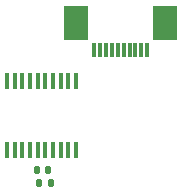
<source format=gbr>
%TF.GenerationSoftware,KiCad,Pcbnew,6.0.7-f9a2dced07~116~ubuntu20.04.1*%
%TF.CreationDate,2022-09-24T19:15:38+02:00*%
%TF.ProjectId,SRRReceiver,53525252-6563-4656-9976-65722e6b6963,rev?*%
%TF.SameCoordinates,Original*%
%TF.FileFunction,Paste,Bot*%
%TF.FilePolarity,Positive*%
%FSLAX46Y46*%
G04 Gerber Fmt 4.6, Leading zero omitted, Abs format (unit mm)*
G04 Created by KiCad (PCBNEW 6.0.7-f9a2dced07~116~ubuntu20.04.1) date 2022-09-24 19:15:38*
%MOMM*%
%LPD*%
G01*
G04 APERTURE LIST*
G04 Aperture macros list*
%AMRoundRect*
0 Rectangle with rounded corners*
0 $1 Rounding radius*
0 $2 $3 $4 $5 $6 $7 $8 $9 X,Y pos of 4 corners*
0 Add a 4 corners polygon primitive as box body*
4,1,4,$2,$3,$4,$5,$6,$7,$8,$9,$2,$3,0*
0 Add four circle primitives for the rounded corners*
1,1,$1+$1,$2,$3*
1,1,$1+$1,$4,$5*
1,1,$1+$1,$6,$7*
1,1,$1+$1,$8,$9*
0 Add four rect primitives between the rounded corners*
20,1,$1+$1,$2,$3,$4,$5,0*
20,1,$1+$1,$4,$5,$6,$7,0*
20,1,$1+$1,$6,$7,$8,$9,0*
20,1,$1+$1,$8,$9,$2,$3,0*%
G04 Aperture macros list end*
%ADD10R,0.300000X1.250000*%
%ADD11R,2.000000X3.000000*%
%ADD12RoundRect,0.140000X-0.140000X-0.170000X0.140000X-0.170000X0.140000X0.170000X-0.140000X0.170000X0*%
%ADD13R,0.450000X1.475000*%
G04 APERTURE END LIST*
D10*
%TO.C,J1*%
X124550000Y-87750000D03*
X125050000Y-87750000D03*
X125550000Y-87750000D03*
X126050000Y-87750000D03*
X126550000Y-87750000D03*
X127050000Y-87750000D03*
X127550000Y-87750000D03*
X128050000Y-87750000D03*
X128550000Y-87750000D03*
X129050000Y-87750000D03*
D11*
X123010000Y-85430000D03*
X130590000Y-85430000D03*
%TD*%
D12*
%TO.C,C9*%
X119920000Y-99000000D03*
X120880000Y-99000000D03*
%TD*%
D13*
%TO.C,IC1*%
X123025000Y-96238000D03*
X122375000Y-96238000D03*
X121725000Y-96238000D03*
X121075000Y-96238000D03*
X120425000Y-96238000D03*
X119775000Y-96238000D03*
X119125000Y-96238000D03*
X118475000Y-96238000D03*
X117825000Y-96238000D03*
X117175000Y-96238000D03*
X117175000Y-90362000D03*
X117825000Y-90362000D03*
X118475000Y-90362000D03*
X119125000Y-90362000D03*
X119775000Y-90362000D03*
X120425000Y-90362000D03*
X121075000Y-90362000D03*
X121725000Y-90362000D03*
X122375000Y-90362000D03*
X123025000Y-90362000D03*
%TD*%
D12*
%TO.C,C8*%
X119720000Y-97900000D03*
X120680000Y-97900000D03*
%TD*%
M02*

</source>
